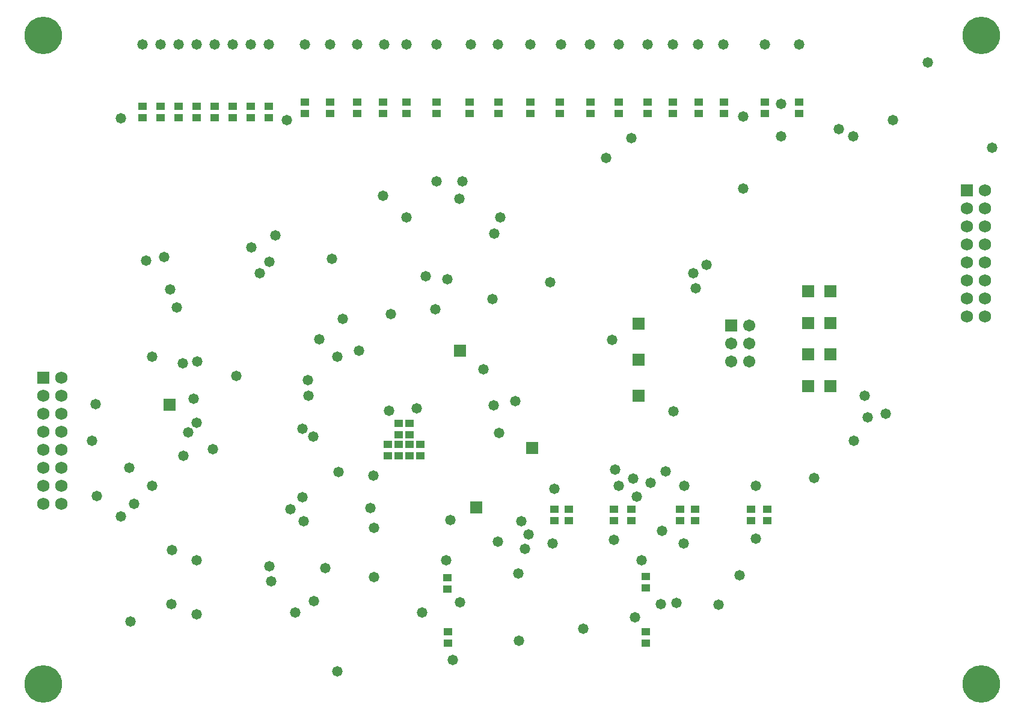
<source format=gbs>
G04*
G04 #@! TF.GenerationSoftware,Altium Limited,Altium Designer,22.3.1 (43)*
G04*
G04 Layer_Color=16711935*
%FSLAX25Y25*%
%MOIN*%
G70*
G04*
G04 #@! TF.SameCoordinates,6E346DA1-06B3-48DF-BE1B-420114EF1470*
G04*
G04*
G04 #@! TF.FilePolarity,Negative*
G04*
G01*
G75*
%ADD28R,0.04540X0.03950*%
%ADD35C,0.20800*%
%ADD36R,0.06706X0.06706*%
%ADD37C,0.06800*%
%ADD38R,0.06800X0.06800*%
%ADD39C,0.06706*%
%ADD40R,0.06706X0.06706*%
%ADD41C,0.05800*%
D28*
X439000Y336850D02*
D03*
Y343150D02*
D03*
X420000D02*
D03*
Y336850D02*
D03*
X355000D02*
D03*
Y343150D02*
D03*
X369100Y336850D02*
D03*
Y343150D02*
D03*
X397500Y336850D02*
D03*
Y343150D02*
D03*
X383500Y336850D02*
D03*
Y343150D02*
D03*
X323500D02*
D03*
Y336850D02*
D03*
X290000D02*
D03*
Y343150D02*
D03*
X306500D02*
D03*
Y336850D02*
D03*
X272500Y343150D02*
D03*
Y336850D02*
D03*
X256500Y343150D02*
D03*
Y336850D02*
D03*
X339000D02*
D03*
Y343150D02*
D03*
X208500D02*
D03*
Y336850D02*
D03*
X194000D02*
D03*
Y343150D02*
D03*
X179000D02*
D03*
Y336850D02*
D03*
X165000D02*
D03*
Y343150D02*
D03*
X238000Y336850D02*
D03*
Y343150D02*
D03*
X221500Y336850D02*
D03*
Y343150D02*
D03*
X85000Y334350D02*
D03*
Y340650D02*
D03*
X145000Y334350D02*
D03*
Y340650D02*
D03*
X135000Y334350D02*
D03*
Y340650D02*
D03*
X125000Y334350D02*
D03*
Y340650D02*
D03*
X115000Y334350D02*
D03*
Y340650D02*
D03*
X105000Y334350D02*
D03*
Y340650D02*
D03*
X95000Y334350D02*
D03*
Y340650D02*
D03*
X75000Y334350D02*
D03*
Y340650D02*
D03*
X311500Y117050D02*
D03*
Y110750D02*
D03*
X412500Y117150D02*
D03*
Y110850D02*
D03*
X354000Y79650D02*
D03*
Y73350D02*
D03*
X244000Y79150D02*
D03*
Y72850D02*
D03*
X373000Y117150D02*
D03*
Y110850D02*
D03*
X381500Y117150D02*
D03*
Y110850D02*
D03*
X303300Y116950D02*
D03*
Y110650D02*
D03*
X346000Y117150D02*
D03*
Y110850D02*
D03*
X336500Y117150D02*
D03*
Y110850D02*
D03*
X421500Y117150D02*
D03*
Y110850D02*
D03*
X354000Y49150D02*
D03*
Y42850D02*
D03*
X244500Y49150D02*
D03*
Y42850D02*
D03*
X223000Y158450D02*
D03*
Y164750D02*
D03*
X217000Y153150D02*
D03*
Y146850D02*
D03*
Y158450D02*
D03*
Y164750D02*
D03*
X211000Y153150D02*
D03*
Y146850D02*
D03*
X223000D02*
D03*
Y153150D02*
D03*
X229000Y146850D02*
D03*
Y153150D02*
D03*
D35*
X20000Y20000D02*
D03*
Y380000D02*
D03*
X540000D02*
D03*
Y20000D02*
D03*
D36*
X456500Y238000D02*
D03*
X444000D02*
D03*
X456500Y220500D02*
D03*
X444000D02*
D03*
X456500Y203000D02*
D03*
X444000D02*
D03*
X456500Y185500D02*
D03*
X444000D02*
D03*
X350000Y180000D02*
D03*
Y220000D02*
D03*
X90000Y175000D02*
D03*
X350000Y200000D02*
D03*
X251000Y205000D02*
D03*
X291000Y151000D02*
D03*
X260000Y118000D02*
D03*
D37*
X542000Y224000D02*
D03*
Y234000D02*
D03*
Y244000D02*
D03*
Y254000D02*
D03*
Y264000D02*
D03*
Y274000D02*
D03*
Y284000D02*
D03*
X532000Y224000D02*
D03*
Y234000D02*
D03*
Y244000D02*
D03*
Y254000D02*
D03*
Y264000D02*
D03*
Y274000D02*
D03*
X542000Y294000D02*
D03*
X532000Y284000D02*
D03*
X30000Y120000D02*
D03*
Y130000D02*
D03*
Y140000D02*
D03*
Y150000D02*
D03*
Y160000D02*
D03*
Y170000D02*
D03*
Y180000D02*
D03*
X20000Y120000D02*
D03*
Y130000D02*
D03*
Y140000D02*
D03*
Y150000D02*
D03*
Y160000D02*
D03*
Y170000D02*
D03*
X30000Y190000D02*
D03*
X20000Y180000D02*
D03*
D38*
X532000Y294000D02*
D03*
X20000Y190000D02*
D03*
D39*
X411500Y199000D02*
D03*
X401500D02*
D03*
X411500Y209000D02*
D03*
X401500D02*
D03*
X411500Y219000D02*
D03*
D40*
X401500D02*
D03*
D41*
X408000Y295000D02*
D03*
X346000Y323000D02*
D03*
X461000Y328000D02*
D03*
X332000Y312000D02*
D03*
X469000Y324000D02*
D03*
X491000Y333000D02*
D03*
X429000Y342000D02*
D03*
Y324000D02*
D03*
X439000Y375000D02*
D03*
X420000D02*
D03*
X408000Y335000D02*
D03*
X397000Y375000D02*
D03*
X383000D02*
D03*
X369000D02*
D03*
X355000D02*
D03*
X264200Y194636D02*
D03*
X339000Y375000D02*
D03*
X323000D02*
D03*
X307000D02*
D03*
X290000D02*
D03*
X272000D02*
D03*
X257000D02*
D03*
X155000Y333000D02*
D03*
X165000Y375000D02*
D03*
X179000D02*
D03*
X194000D02*
D03*
X209000D02*
D03*
X221500D02*
D03*
X238000D02*
D03*
X63000Y334000D02*
D03*
X145000Y375000D02*
D03*
X135000D02*
D03*
X125000D02*
D03*
X115000D02*
D03*
X105000D02*
D03*
X95000D02*
D03*
X85000D02*
D03*
X75000D02*
D03*
X227000Y173000D02*
D03*
X211900Y171600D02*
D03*
X100400Y159600D02*
D03*
X105100Y165000D02*
D03*
X97612Y146600D02*
D03*
X103300Y178400D02*
D03*
X380400Y248000D02*
D03*
X387900Y252900D02*
D03*
X49900Y124400D02*
D03*
X285000Y110500D02*
D03*
X289000Y103000D02*
D03*
X272000Y99000D02*
D03*
X287000Y95000D02*
D03*
X283500Y81500D02*
D03*
X252500Y299000D02*
D03*
X238000D02*
D03*
X237500Y228000D02*
D03*
X208500Y291000D02*
D03*
X247000Y33500D02*
D03*
X510500Y365000D02*
D03*
X469500Y155000D02*
D03*
X487000Y170000D02*
D03*
X477000Y168000D02*
D03*
X475500Y180000D02*
D03*
X369500Y171500D02*
D03*
X335500Y211000D02*
D03*
X336500Y100000D02*
D03*
X394500Y64000D02*
D03*
X371000Y65000D02*
D03*
X362500Y64500D02*
D03*
X375000Y98000D02*
D03*
X363000Y105000D02*
D03*
X356700Y131900D02*
D03*
X447500Y134500D02*
D03*
X365000Y138000D02*
D03*
X349000Y124000D02*
D03*
X347000Y134000D02*
D03*
X337000Y139000D02*
D03*
X303500Y128500D02*
D03*
X302500Y98000D02*
D03*
X170000Y66000D02*
D03*
X176500Y84500D02*
D03*
X230000Y59900D02*
D03*
X243550Y88750D02*
D03*
X251000Y65500D02*
D03*
X140000Y248000D02*
D03*
X145500Y254500D02*
D03*
X94000Y229000D02*
D03*
X173000Y211500D02*
D03*
X87000Y257000D02*
D03*
X77000Y255000D02*
D03*
X90500Y239000D02*
D03*
X80500Y201700D02*
D03*
X135520Y262500D02*
D03*
X157000Y117000D02*
D03*
X164500Y110500D02*
D03*
X146500Y77000D02*
D03*
X145500Y85500D02*
D03*
X163793Y123683D02*
D03*
X91000Y64500D02*
D03*
X91500Y94500D02*
D03*
X47000Y155000D02*
D03*
X49000Y175500D02*
D03*
X97500Y198000D02*
D03*
X105500Y199200D02*
D03*
X351714Y88714D02*
D03*
X269800Y174800D02*
D03*
X114000Y150300D02*
D03*
X127000Y191100D02*
D03*
X166676Y188776D02*
D03*
X281900Y177200D02*
D03*
X212800Y225500D02*
D03*
X301000Y243200D02*
D03*
X159900Y59800D02*
D03*
X203321Y79521D02*
D03*
X68500Y54600D02*
D03*
X186100Y222600D02*
D03*
X183100Y201700D02*
D03*
X80300Y130000D02*
D03*
X70400Y120000D02*
D03*
X183700Y137800D02*
D03*
X180000Y256000D02*
D03*
X163600Y161800D02*
D03*
X381800Y239600D02*
D03*
X183000Y27100D02*
D03*
X201300Y117700D02*
D03*
X245700Y111100D02*
D03*
X415200Y100700D02*
D03*
X250677Y289500D02*
D03*
X546000Y317700D02*
D03*
X203400Y106700D02*
D03*
X169900Y157300D02*
D03*
X272700Y159400D02*
D03*
X63150Y113200D02*
D03*
X283600Y44000D02*
D03*
X167100Y180000D02*
D03*
X67800Y140000D02*
D03*
X194950Y205150D02*
D03*
X148800Y269000D02*
D03*
X339200Y130000D02*
D03*
X406000Y80500D02*
D03*
X319273Y50800D02*
D03*
X375300Y130000D02*
D03*
X232100Y246400D02*
D03*
X269200Y233600D02*
D03*
X203100Y135700D02*
D03*
X348000Y57200D02*
D03*
X221500Y279000D02*
D03*
X273500D02*
D03*
X270000Y270000D02*
D03*
X415000Y130000D02*
D03*
X105095Y58720D02*
D03*
Y88720D02*
D03*
X243994Y244800D02*
D03*
M02*

</source>
